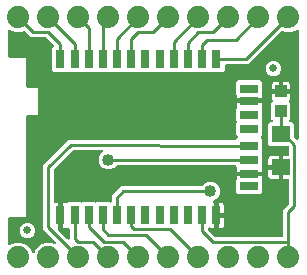
<source format=gbr>
G04 EAGLE Gerber RS-274X export*
G75*
%MOMM*%
%FSLAX34Y34*%
%LPD*%
%INTop Copper*%
%IPPOS*%
%AMOC8*
5,1,8,0,0,1.08239X$1,22.5*%
G01*
%ADD10R,0.800000X1.600000*%
%ADD11R,1.600000X0.800000*%
%ADD12R,1.000000X1.100000*%
%ADD13R,1.600000X1.400000*%
%ADD14C,1.879600*%
%ADD15C,0.635000*%
%ADD16C,1.016000*%
%ADD17C,0.254000*%
%ADD18C,0.203200*%

G36*
X25515Y16218D02*
X25515Y16218D01*
X25628Y16228D01*
X25655Y16239D01*
X25685Y16243D01*
X25788Y16289D01*
X25893Y16330D01*
X25917Y16348D01*
X25944Y16360D01*
X26030Y16433D01*
X26120Y16502D01*
X26138Y16525D01*
X26160Y16544D01*
X26202Y16611D01*
X26290Y16729D01*
X26312Y16788D01*
X26338Y16829D01*
X27548Y19751D01*
X31049Y23252D01*
X35624Y25147D01*
X40576Y25147D01*
X43320Y24010D01*
X43403Y23989D01*
X43484Y23958D01*
X43540Y23953D01*
X43595Y23939D01*
X43681Y23942D01*
X43767Y23934D01*
X43823Y23946D01*
X43880Y23947D01*
X43961Y23973D01*
X44046Y23990D01*
X44096Y24016D01*
X44150Y24034D01*
X44222Y24082D01*
X44298Y24121D01*
X44339Y24160D01*
X44387Y24192D01*
X44442Y24258D01*
X44504Y24317D01*
X44533Y24366D01*
X44569Y24410D01*
X44604Y24488D01*
X44648Y24562D01*
X44662Y24617D01*
X44685Y24669D01*
X44697Y24755D01*
X44718Y24838D01*
X44716Y24895D01*
X44724Y24951D01*
X44712Y25036D01*
X44709Y25122D01*
X44691Y25176D01*
X44683Y25232D01*
X44648Y25311D01*
X44621Y25392D01*
X44593Y25433D01*
X44566Y25492D01*
X44472Y25602D01*
X44427Y25666D01*
X33781Y36311D01*
X33781Y90689D01*
X52543Y109451D01*
X52583Y109503D01*
X54098Y111006D01*
X54100Y111008D01*
X54101Y111009D01*
X55369Y112276D01*
X57154Y112269D01*
X57156Y112269D01*
X57158Y112269D01*
X59309Y112269D01*
X59365Y112259D01*
X196232Y111671D01*
X196292Y111679D01*
X196352Y111677D01*
X196432Y111698D01*
X196513Y111709D01*
X196569Y111734D01*
X196627Y111749D01*
X196698Y111791D01*
X196773Y111824D01*
X196820Y111863D01*
X196872Y111894D01*
X196928Y111954D01*
X196991Y112007D01*
X197025Y112057D01*
X197066Y112102D01*
X197104Y112175D01*
X197150Y112243D01*
X197168Y112301D01*
X197196Y112355D01*
X197207Y112422D01*
X197237Y112514D01*
X197238Y112549D01*
X198271Y113582D01*
X198306Y113629D01*
X198348Y113669D01*
X198391Y113742D01*
X198441Y113809D01*
X198462Y113864D01*
X198492Y113914D01*
X198513Y113996D01*
X198543Y114075D01*
X198548Y114133D01*
X198562Y114190D01*
X198559Y114274D01*
X198566Y114358D01*
X198555Y114416D01*
X198553Y114474D01*
X198527Y114554D01*
X198510Y114637D01*
X198483Y114689D01*
X198465Y114745D01*
X198425Y114801D01*
X198379Y114889D01*
X198311Y114962D01*
X198271Y115018D01*
X197251Y116037D01*
X197251Y126563D01*
X197271Y126582D01*
X197306Y126629D01*
X197348Y126669D01*
X197391Y126742D01*
X197441Y126809D01*
X197462Y126864D01*
X197492Y126914D01*
X197513Y126996D01*
X197543Y127075D01*
X197548Y127133D01*
X197562Y127190D01*
X197559Y127274D01*
X197566Y127358D01*
X197555Y127416D01*
X197553Y127474D01*
X197527Y127554D01*
X197510Y127637D01*
X197483Y127689D01*
X197465Y127745D01*
X197425Y127801D01*
X197379Y127889D01*
X197311Y127962D01*
X197271Y128018D01*
X197251Y128037D01*
X197251Y138563D01*
X197775Y139087D01*
X197816Y139141D01*
X197865Y139189D01*
X197901Y139254D01*
X197946Y139314D01*
X197970Y139378D01*
X198004Y139437D01*
X198021Y139510D01*
X198047Y139580D01*
X198053Y139648D01*
X198068Y139714D01*
X198065Y139788D01*
X198071Y139863D01*
X198057Y139930D01*
X198054Y139998D01*
X198032Y140057D01*
X198015Y140142D01*
X197962Y140243D01*
X197936Y140312D01*
X197932Y140319D01*
X197759Y140966D01*
X197759Y143301D01*
X207316Y143301D01*
X207374Y143309D01*
X207432Y143307D01*
X207514Y143329D01*
X207597Y143341D01*
X207651Y143364D01*
X207707Y143379D01*
X207780Y143422D01*
X207857Y143457D01*
X207901Y143495D01*
X207952Y143524D01*
X208009Y143586D01*
X208074Y143640D01*
X208106Y143689D01*
X208146Y143732D01*
X208185Y143807D01*
X208231Y143877D01*
X208249Y143933D01*
X208276Y143985D01*
X208287Y144053D01*
X208300Y144095D01*
X208309Y144034D01*
X208333Y143981D01*
X208347Y143925D01*
X208391Y143852D01*
X208425Y143775D01*
X208463Y143730D01*
X208493Y143680D01*
X208554Y143622D01*
X208609Y143558D01*
X208657Y143526D01*
X208700Y143486D01*
X208775Y143447D01*
X208845Y143400D01*
X208901Y143383D01*
X208953Y143356D01*
X209021Y143345D01*
X209116Y143315D01*
X209216Y143312D01*
X209284Y143301D01*
X218841Y143301D01*
X218841Y140966D01*
X218668Y140319D01*
X218664Y140312D01*
X218638Y140249D01*
X218604Y140190D01*
X218585Y140118D01*
X218557Y140049D01*
X218550Y139981D01*
X218533Y139915D01*
X218536Y139840D01*
X218528Y139766D01*
X218540Y139699D01*
X218542Y139631D01*
X218565Y139560D01*
X218579Y139486D01*
X218609Y139425D01*
X218630Y139360D01*
X218666Y139309D01*
X218705Y139231D01*
X218782Y139147D01*
X218825Y139087D01*
X219349Y138563D01*
X219349Y128037D01*
X219329Y128018D01*
X219294Y127971D01*
X219252Y127931D01*
X219209Y127858D01*
X219159Y127791D01*
X219138Y127736D01*
X219108Y127686D01*
X219087Y127604D01*
X219057Y127525D01*
X219052Y127467D01*
X219038Y127410D01*
X219041Y127326D01*
X219034Y127242D01*
X219045Y127184D01*
X219047Y127126D01*
X219073Y127046D01*
X219090Y126963D01*
X219117Y126911D01*
X219135Y126855D01*
X219175Y126799D01*
X219221Y126711D01*
X219289Y126638D01*
X219329Y126582D01*
X219349Y126563D01*
X219349Y116037D01*
X218329Y115018D01*
X218294Y114971D01*
X218252Y114931D01*
X218209Y114858D01*
X218159Y114791D01*
X218138Y114736D01*
X218108Y114686D01*
X218087Y114604D01*
X218057Y114525D01*
X218052Y114467D01*
X218038Y114410D01*
X218041Y114326D01*
X218034Y114242D01*
X218045Y114184D01*
X218047Y114126D01*
X218073Y114045D01*
X218090Y113963D01*
X218117Y113911D01*
X218135Y113855D01*
X218175Y113799D01*
X218221Y113711D01*
X218289Y113638D01*
X218329Y113582D01*
X219349Y112563D01*
X219349Y102037D01*
X219329Y102018D01*
X219294Y101971D01*
X219252Y101931D01*
X219209Y101858D01*
X219159Y101791D01*
X219138Y101736D01*
X219108Y101686D01*
X219087Y101604D01*
X219057Y101525D01*
X219052Y101467D01*
X219038Y101410D01*
X219041Y101326D01*
X219034Y101242D01*
X219045Y101184D01*
X219047Y101126D01*
X219073Y101046D01*
X219090Y100963D01*
X219117Y100911D01*
X219135Y100855D01*
X219175Y100799D01*
X219221Y100711D01*
X219289Y100638D01*
X219329Y100582D01*
X219349Y100563D01*
X219349Y90037D01*
X218825Y89513D01*
X218784Y89459D01*
X218735Y89411D01*
X218699Y89346D01*
X218654Y89286D01*
X218630Y89222D01*
X218596Y89163D01*
X218579Y89090D01*
X218553Y89020D01*
X218547Y88952D01*
X218532Y88886D01*
X218535Y88812D01*
X218529Y88737D01*
X218543Y88670D01*
X218546Y88602D01*
X218568Y88543D01*
X218585Y88458D01*
X218638Y88357D01*
X218664Y88288D01*
X218668Y88281D01*
X218841Y87634D01*
X218841Y85299D01*
X209284Y85299D01*
X209226Y85291D01*
X209168Y85293D01*
X209086Y85271D01*
X209003Y85259D01*
X208949Y85236D01*
X208893Y85221D01*
X208820Y85178D01*
X208743Y85143D01*
X208699Y85105D01*
X208648Y85076D01*
X208591Y85014D01*
X208526Y84960D01*
X208494Y84911D01*
X208454Y84868D01*
X208415Y84793D01*
X208369Y84723D01*
X208351Y84667D01*
X208324Y84615D01*
X208313Y84547D01*
X208300Y84505D01*
X208291Y84566D01*
X208267Y84619D01*
X208253Y84675D01*
X208209Y84748D01*
X208175Y84825D01*
X208137Y84870D01*
X208107Y84920D01*
X208046Y84978D01*
X207991Y85042D01*
X207943Y85074D01*
X207900Y85114D01*
X207825Y85153D01*
X207755Y85200D01*
X207699Y85217D01*
X207647Y85244D01*
X207579Y85255D01*
X207484Y85285D01*
X207384Y85288D01*
X207316Y85299D01*
X197759Y85299D01*
X197759Y87634D01*
X197932Y88281D01*
X197936Y88288D01*
X197962Y88351D01*
X197996Y88410D01*
X198015Y88482D01*
X198043Y88551D01*
X198050Y88619D01*
X198067Y88685D01*
X198064Y88760D01*
X198072Y88834D01*
X198060Y88901D01*
X198058Y88969D01*
X198035Y89040D01*
X198021Y89114D01*
X197991Y89175D01*
X197970Y89240D01*
X197934Y89291D01*
X197895Y89369D01*
X197818Y89453D01*
X197775Y89513D01*
X197244Y90045D01*
X197245Y90078D01*
X197223Y90159D01*
X197211Y90242D01*
X197187Y90296D01*
X197173Y90353D01*
X197130Y90425D01*
X197095Y90502D01*
X197057Y90547D01*
X197027Y90597D01*
X196966Y90655D01*
X196912Y90719D01*
X196863Y90751D01*
X196820Y90792D01*
X196745Y90830D01*
X196675Y90876D01*
X196619Y90894D01*
X196567Y90921D01*
X196499Y90932D01*
X196404Y90962D01*
X196304Y90965D01*
X196236Y90976D01*
X96500Y90934D01*
X96414Y90922D01*
X96327Y90919D01*
X96274Y90902D01*
X96219Y90895D01*
X96139Y90859D01*
X96056Y90832D01*
X96017Y90804D01*
X95959Y90778D01*
X95847Y90683D01*
X95783Y90637D01*
X93505Y88359D01*
X90517Y87121D01*
X87283Y87121D01*
X84295Y88359D01*
X82009Y90645D01*
X80771Y93633D01*
X80771Y96867D01*
X82009Y99855D01*
X83940Y101786D01*
X83956Y101807D01*
X83975Y101823D01*
X83977Y101825D01*
X84042Y101921D01*
X84111Y102013D01*
X84121Y102039D01*
X84136Y102061D01*
X84171Y102171D01*
X84212Y102279D01*
X84215Y102306D01*
X84223Y102332D01*
X84226Y102447D01*
X84236Y102562D01*
X84231Y102589D01*
X84231Y102616D01*
X84203Y102728D01*
X84180Y102841D01*
X84168Y102865D01*
X84161Y102891D01*
X84102Y102991D01*
X84049Y103093D01*
X84030Y103113D01*
X84017Y103136D01*
X83933Y103216D01*
X83853Y103299D01*
X83830Y103313D01*
X83810Y103332D01*
X83708Y103385D01*
X83608Y103443D01*
X83582Y103450D01*
X83558Y103462D01*
X83481Y103475D01*
X83332Y103513D01*
X83273Y103511D01*
X83227Y103519D01*
X59354Y103622D01*
X59265Y103610D01*
X59176Y103607D01*
X59125Y103590D01*
X59073Y103583D01*
X58991Y103547D01*
X58905Y103519D01*
X58868Y103492D01*
X58813Y103468D01*
X58695Y103370D01*
X58632Y103324D01*
X42716Y87408D01*
X42664Y87339D01*
X42604Y87275D01*
X42578Y87225D01*
X42545Y87181D01*
X42514Y87100D01*
X42474Y87022D01*
X42466Y86974D01*
X42444Y86916D01*
X42432Y86768D01*
X42419Y86691D01*
X42419Y59749D01*
X42426Y59701D01*
X42423Y59652D01*
X42445Y59561D01*
X42459Y59468D01*
X42478Y59423D01*
X42490Y59376D01*
X42536Y59294D01*
X42575Y59208D01*
X42606Y59171D01*
X42630Y59129D01*
X42698Y59063D01*
X42758Y58991D01*
X42799Y58964D01*
X42834Y58930D01*
X42917Y58886D01*
X42995Y58834D01*
X43042Y58819D01*
X43085Y58796D01*
X43177Y58776D01*
X43266Y58748D01*
X43315Y58747D01*
X43363Y58737D01*
X43437Y58744D01*
X43550Y58741D01*
X43634Y58763D01*
X43697Y58769D01*
X43966Y58841D01*
X46301Y58841D01*
X46301Y49284D01*
X46309Y49226D01*
X46307Y49168D01*
X46329Y49086D01*
X46341Y49003D01*
X46364Y48949D01*
X46379Y48893D01*
X46422Y48820D01*
X46457Y48743D01*
X46495Y48699D01*
X46524Y48648D01*
X46586Y48591D01*
X46640Y48526D01*
X46689Y48494D01*
X46732Y48454D01*
X46807Y48415D01*
X46877Y48369D01*
X46933Y48351D01*
X46985Y48324D01*
X47053Y48313D01*
X47095Y48300D01*
X47034Y48291D01*
X46981Y48267D01*
X46925Y48253D01*
X46852Y48209D01*
X46775Y48175D01*
X46730Y48137D01*
X46680Y48107D01*
X46622Y48046D01*
X46558Y47991D01*
X46526Y47943D01*
X46486Y47900D01*
X46447Y47825D01*
X46400Y47755D01*
X46383Y47699D01*
X46356Y47647D01*
X46345Y47579D01*
X46315Y47484D01*
X46312Y47384D01*
X46301Y47316D01*
X46301Y37470D01*
X46242Y37420D01*
X46225Y37395D01*
X46204Y37375D01*
X46147Y37277D01*
X46084Y37183D01*
X46075Y37155D01*
X46060Y37130D01*
X46032Y37020D01*
X45998Y36912D01*
X45997Y36883D01*
X45990Y36854D01*
X45994Y36741D01*
X45991Y36628D01*
X45998Y36599D01*
X45999Y36570D01*
X46034Y36462D01*
X46063Y36353D01*
X46078Y36327D01*
X46087Y36299D01*
X46132Y36236D01*
X46208Y36108D01*
X46253Y36065D01*
X46281Y36026D01*
X54248Y28059D01*
X54272Y28042D01*
X54291Y28019D01*
X54385Y27957D01*
X54475Y27889D01*
X54503Y27878D01*
X54527Y27862D01*
X54635Y27828D01*
X54741Y27787D01*
X54770Y27785D01*
X54798Y27776D01*
X54912Y27773D01*
X55024Y27764D01*
X55053Y27770D01*
X55082Y27769D01*
X55192Y27797D01*
X55303Y27820D01*
X55329Y27833D01*
X55357Y27841D01*
X55455Y27898D01*
X55555Y27951D01*
X55577Y27971D01*
X55602Y27986D01*
X55679Y28068D01*
X55761Y28146D01*
X55776Y28172D01*
X55796Y28193D01*
X55848Y28294D01*
X55905Y28392D01*
X55912Y28420D01*
X55926Y28446D01*
X55939Y28524D01*
X55975Y28667D01*
X55973Y28730D01*
X55981Y28777D01*
X55981Y36236D01*
X55973Y36294D01*
X55975Y36352D01*
X55953Y36434D01*
X55941Y36518D01*
X55918Y36571D01*
X55903Y36627D01*
X55860Y36700D01*
X55825Y36777D01*
X55787Y36822D01*
X55758Y36872D01*
X55696Y36930D01*
X55642Y36994D01*
X55593Y37026D01*
X55550Y37066D01*
X55475Y37105D01*
X55405Y37152D01*
X55349Y37169D01*
X55297Y37196D01*
X55229Y37207D01*
X55134Y37237D01*
X55049Y37239D01*
X54513Y37775D01*
X54459Y37816D01*
X54411Y37865D01*
X54346Y37901D01*
X54286Y37946D01*
X54222Y37970D01*
X54163Y38004D01*
X54090Y38021D01*
X54020Y38047D01*
X53952Y38053D01*
X53886Y38068D01*
X53812Y38065D01*
X53737Y38071D01*
X53670Y38057D01*
X53602Y38054D01*
X53543Y38032D01*
X53458Y38015D01*
X53357Y37962D01*
X53288Y37936D01*
X53281Y37932D01*
X52634Y37759D01*
X50299Y37759D01*
X50299Y47316D01*
X50291Y47374D01*
X50293Y47432D01*
X50271Y47514D01*
X50259Y47597D01*
X50236Y47651D01*
X50221Y47707D01*
X50178Y47780D01*
X50143Y47857D01*
X50105Y47901D01*
X50076Y47952D01*
X50014Y48009D01*
X49960Y48074D01*
X49911Y48106D01*
X49868Y48146D01*
X49793Y48185D01*
X49723Y48231D01*
X49667Y48249D01*
X49615Y48276D01*
X49547Y48287D01*
X49505Y48300D01*
X49566Y48309D01*
X49619Y48333D01*
X49675Y48347D01*
X49748Y48391D01*
X49825Y48425D01*
X49870Y48463D01*
X49920Y48493D01*
X49978Y48554D01*
X50042Y48609D01*
X50074Y48657D01*
X50114Y48700D01*
X50153Y48775D01*
X50200Y48845D01*
X50217Y48901D01*
X50244Y48953D01*
X50255Y49021D01*
X50285Y49116D01*
X50288Y49216D01*
X50299Y49284D01*
X50299Y58841D01*
X52634Y58841D01*
X53281Y58668D01*
X53288Y58664D01*
X53351Y58638D01*
X53410Y58604D01*
X53482Y58585D01*
X53551Y58557D01*
X53619Y58550D01*
X53685Y58533D01*
X53760Y58536D01*
X53834Y58528D01*
X53901Y58540D01*
X53969Y58542D01*
X54040Y58565D01*
X54114Y58579D01*
X54175Y58609D01*
X54240Y58630D01*
X54291Y58666D01*
X54369Y58705D01*
X54453Y58782D01*
X54513Y58825D01*
X55037Y59349D01*
X65563Y59349D01*
X65582Y59329D01*
X65629Y59294D01*
X65669Y59252D01*
X65742Y59209D01*
X65809Y59159D01*
X65864Y59138D01*
X65914Y59108D01*
X65996Y59087D01*
X66075Y59057D01*
X66133Y59052D01*
X66190Y59038D01*
X66274Y59041D01*
X66358Y59034D01*
X66416Y59045D01*
X66474Y59047D01*
X66554Y59073D01*
X66637Y59090D01*
X66689Y59117D01*
X66745Y59135D01*
X66801Y59175D01*
X66889Y59221D01*
X66962Y59289D01*
X67018Y59329D01*
X67037Y59349D01*
X77563Y59349D01*
X77582Y59329D01*
X77629Y59294D01*
X77669Y59252D01*
X77742Y59209D01*
X77809Y59159D01*
X77864Y59138D01*
X77914Y59108D01*
X77996Y59087D01*
X78075Y59057D01*
X78133Y59052D01*
X78190Y59038D01*
X78274Y59041D01*
X78358Y59034D01*
X78416Y59045D01*
X78474Y59047D01*
X78554Y59073D01*
X78637Y59090D01*
X78689Y59117D01*
X78745Y59135D01*
X78801Y59175D01*
X78889Y59221D01*
X78962Y59289D01*
X79018Y59329D01*
X79037Y59349D01*
X89563Y59349D01*
X89582Y59329D01*
X89629Y59294D01*
X89669Y59252D01*
X89742Y59209D01*
X89809Y59159D01*
X89864Y59138D01*
X89914Y59108D01*
X89996Y59087D01*
X90075Y59057D01*
X90133Y59052D01*
X90190Y59038D01*
X90274Y59041D01*
X90358Y59034D01*
X90416Y59045D01*
X90474Y59047D01*
X90554Y59073D01*
X90637Y59090D01*
X90689Y59117D01*
X90745Y59135D01*
X90801Y59175D01*
X90889Y59221D01*
X90962Y59289D01*
X91018Y59329D01*
X91045Y59356D01*
X91082Y59355D01*
X91164Y59377D01*
X91248Y59389D01*
X91301Y59412D01*
X91357Y59427D01*
X91430Y59470D01*
X91507Y59505D01*
X91552Y59543D01*
X91602Y59572D01*
X91660Y59634D01*
X91724Y59688D01*
X91756Y59737D01*
X91796Y59780D01*
X91835Y59855D01*
X91882Y59925D01*
X91899Y59981D01*
X91926Y60033D01*
X91937Y60101D01*
X91967Y60196D01*
X91970Y60296D01*
X91981Y60364D01*
X91981Y65069D01*
X99811Y72899D01*
X167662Y72899D01*
X167749Y72911D01*
X167836Y72914D01*
X167889Y72931D01*
X167944Y72939D01*
X168024Y72974D01*
X168107Y73001D01*
X168146Y73029D01*
X168203Y73055D01*
X168317Y73151D01*
X168380Y73196D01*
X170655Y75471D01*
X173643Y76709D01*
X176877Y76709D01*
X179865Y75471D01*
X182151Y73185D01*
X183389Y70197D01*
X183389Y66963D01*
X182151Y63975D01*
X179865Y61689D01*
X177704Y60794D01*
X177630Y60750D01*
X177552Y60715D01*
X177508Y60678D01*
X177459Y60649D01*
X177400Y60587D01*
X177335Y60531D01*
X177303Y60484D01*
X177264Y60443D01*
X177225Y60366D01*
X177177Y60295D01*
X177160Y60241D01*
X177134Y60190D01*
X177117Y60106D01*
X177091Y60024D01*
X177090Y59967D01*
X177079Y59911D01*
X177086Y59826D01*
X177084Y59740D01*
X177099Y59685D01*
X177103Y59628D01*
X177134Y59548D01*
X177156Y59465D01*
X177185Y59416D01*
X177205Y59363D01*
X177257Y59294D01*
X177301Y59220D01*
X177343Y59181D01*
X177377Y59136D01*
X177446Y59084D01*
X177509Y59026D01*
X177559Y59000D01*
X177605Y58966D01*
X177685Y58935D01*
X177762Y58896D01*
X177810Y58888D01*
X177871Y58865D01*
X178015Y58854D01*
X178093Y58841D01*
X178301Y58841D01*
X178301Y49284D01*
X178309Y49226D01*
X178307Y49168D01*
X178329Y49086D01*
X178341Y49003D01*
X178364Y48949D01*
X178379Y48893D01*
X178422Y48820D01*
X178457Y48743D01*
X178495Y48699D01*
X178524Y48648D01*
X178586Y48591D01*
X178640Y48526D01*
X178689Y48494D01*
X178732Y48454D01*
X178807Y48415D01*
X178877Y48369D01*
X178933Y48351D01*
X178985Y48324D01*
X179053Y48313D01*
X179095Y48300D01*
X179034Y48291D01*
X178981Y48267D01*
X178925Y48253D01*
X178852Y48209D01*
X178775Y48175D01*
X178730Y48137D01*
X178680Y48107D01*
X178622Y48046D01*
X178558Y47991D01*
X178526Y47943D01*
X178486Y47900D01*
X178447Y47825D01*
X178400Y47755D01*
X178383Y47699D01*
X178356Y47647D01*
X178345Y47579D01*
X178315Y47484D01*
X178312Y47384D01*
X178301Y47316D01*
X178301Y37759D01*
X175966Y37759D01*
X175319Y37932D01*
X175312Y37936D01*
X175249Y37962D01*
X175190Y37996D01*
X175118Y38015D01*
X175049Y38043D01*
X174981Y38050D01*
X174915Y38067D01*
X174840Y38064D01*
X174766Y38072D01*
X174699Y38060D01*
X174631Y38058D01*
X174560Y38035D01*
X174486Y38021D01*
X174425Y37991D01*
X174360Y37970D01*
X174309Y37934D01*
X174231Y37895D01*
X174147Y37818D01*
X174087Y37775D01*
X173527Y37216D01*
X173513Y37196D01*
X173496Y37183D01*
X173479Y37157D01*
X173450Y37129D01*
X173407Y37056D01*
X173357Y36989D01*
X173342Y36951D01*
X173339Y36946D01*
X173334Y36932D01*
X173306Y36884D01*
X173285Y36802D01*
X173255Y36723D01*
X173251Y36665D01*
X173236Y36608D01*
X173239Y36524D01*
X173232Y36440D01*
X173243Y36382D01*
X173245Y36324D01*
X173271Y36244D01*
X173288Y36161D01*
X173315Y36109D01*
X173333Y36053D01*
X173373Y35997D01*
X173419Y35909D01*
X173487Y35836D01*
X173527Y35780D01*
X179292Y30016D01*
X179361Y29964D01*
X179425Y29904D01*
X179475Y29878D01*
X179519Y29845D01*
X179600Y29814D01*
X179678Y29774D01*
X179726Y29766D01*
X179784Y29744D01*
X179932Y29732D01*
X180009Y29719D01*
X235966Y29719D01*
X236024Y29727D01*
X236082Y29725D01*
X236164Y29747D01*
X236248Y29759D01*
X236301Y29782D01*
X236357Y29797D01*
X236430Y29840D01*
X236507Y29875D01*
X236552Y29913D01*
X236602Y29942D01*
X236660Y30004D01*
X236724Y30058D01*
X236756Y30107D01*
X236796Y30150D01*
X236835Y30225D01*
X236882Y30295D01*
X236899Y30351D01*
X236926Y30403D01*
X236937Y30471D01*
X236967Y30566D01*
X236970Y30666D01*
X236981Y30734D01*
X236981Y52589D01*
X241764Y57372D01*
X241816Y57441D01*
X241876Y57505D01*
X241902Y57555D01*
X241935Y57599D01*
X241966Y57680D01*
X242006Y57758D01*
X242014Y57806D01*
X242036Y57864D01*
X242048Y58012D01*
X242061Y58089D01*
X242061Y78314D01*
X242053Y78372D01*
X242055Y78430D01*
X242033Y78512D01*
X242021Y78596D01*
X241998Y78649D01*
X241983Y78705D01*
X241940Y78778D01*
X241905Y78855D01*
X241867Y78900D01*
X241838Y78950D01*
X241776Y79008D01*
X241722Y79072D01*
X241673Y79104D01*
X241630Y79144D01*
X241555Y79183D01*
X241485Y79230D01*
X241429Y79247D01*
X241377Y79274D01*
X241309Y79285D01*
X241214Y79315D01*
X241114Y79318D01*
X241046Y79329D01*
X236981Y79329D01*
X236981Y87854D01*
X236973Y87912D01*
X236974Y87970D01*
X236953Y88052D01*
X236941Y88135D01*
X236917Y88189D01*
X236903Y88245D01*
X236860Y88318D01*
X236825Y88395D01*
X236787Y88439D01*
X236757Y88490D01*
X236696Y88547D01*
X236641Y88612D01*
X236593Y88644D01*
X236550Y88684D01*
X236475Y88723D01*
X236405Y88769D01*
X236349Y88787D01*
X236297Y88814D01*
X236229Y88825D01*
X236134Y88855D01*
X236034Y88858D01*
X235966Y88869D01*
X234949Y88869D01*
X234949Y88871D01*
X235966Y88871D01*
X236024Y88879D01*
X236082Y88878D01*
X236164Y88899D01*
X236247Y88911D01*
X236301Y88935D01*
X236357Y88949D01*
X236430Y88992D01*
X236507Y89027D01*
X236551Y89065D01*
X236602Y89095D01*
X236659Y89156D01*
X236724Y89211D01*
X236756Y89259D01*
X236796Y89302D01*
X236835Y89377D01*
X236881Y89447D01*
X236899Y89503D01*
X236926Y89555D01*
X236937Y89623D01*
X236967Y89718D01*
X236970Y89818D01*
X236981Y89886D01*
X236981Y98411D01*
X241046Y98411D01*
X241104Y98419D01*
X241162Y98417D01*
X241244Y98439D01*
X241328Y98451D01*
X241381Y98474D01*
X241437Y98489D01*
X241510Y98532D01*
X241587Y98567D01*
X241632Y98605D01*
X241682Y98634D01*
X241740Y98696D01*
X241804Y98750D01*
X241836Y98799D01*
X241876Y98842D01*
X241915Y98917D01*
X241962Y98987D01*
X241979Y99043D01*
X242006Y99095D01*
X242017Y99163D01*
X242047Y99258D01*
X242050Y99358D01*
X242061Y99426D01*
X242061Y105741D01*
X242049Y105827D01*
X242046Y105914D01*
X242029Y105967D01*
X242021Y106022D01*
X241986Y106102D01*
X241959Y106185D01*
X241931Y106224D01*
X241905Y106281D01*
X241810Y106394D01*
X241764Y106458D01*
X241699Y106524D01*
X241629Y106576D01*
X241565Y106636D01*
X241516Y106662D01*
X241472Y106695D01*
X241390Y106726D01*
X241312Y106766D01*
X241264Y106774D01*
X241206Y106796D01*
X241058Y106808D01*
X240981Y106821D01*
X225687Y106821D01*
X223901Y108607D01*
X223901Y125133D01*
X225687Y126919D01*
X227049Y126919D01*
X227078Y126923D01*
X227107Y126920D01*
X227218Y126943D01*
X227330Y126959D01*
X227357Y126971D01*
X227386Y126976D01*
X227486Y127029D01*
X227590Y127075D01*
X227612Y127094D01*
X227638Y127107D01*
X227720Y127185D01*
X227807Y127258D01*
X227823Y127283D01*
X227844Y127303D01*
X227901Y127401D01*
X227964Y127495D01*
X227973Y127523D01*
X227988Y127548D01*
X228016Y127658D01*
X228050Y127766D01*
X228051Y127796D01*
X228058Y127824D01*
X228054Y127937D01*
X228057Y128050D01*
X228050Y128079D01*
X228049Y128108D01*
X228014Y128216D01*
X227985Y128325D01*
X227971Y128351D01*
X227961Y128379D01*
X227916Y128443D01*
X227840Y128570D01*
X227795Y128613D01*
X227767Y128652D01*
X226901Y129517D01*
X226901Y143043D01*
X228280Y144421D01*
X228297Y144445D01*
X228319Y144463D01*
X228336Y144488D01*
X228357Y144508D01*
X228400Y144581D01*
X228451Y144648D01*
X228461Y144676D01*
X228477Y144700D01*
X228486Y144727D01*
X228501Y144754D01*
X228522Y144835D01*
X228552Y144914D01*
X228554Y144945D01*
X228563Y144971D01*
X228563Y144999D01*
X228571Y145029D01*
X228568Y145113D01*
X228575Y145197D01*
X228569Y145228D01*
X228570Y145255D01*
X228563Y145282D01*
X228562Y145313D01*
X228536Y145393D01*
X228520Y145476D01*
X228505Y145504D01*
X228498Y145530D01*
X228484Y145553D01*
X228475Y145584D01*
X228435Y145640D01*
X228389Y145729D01*
X228367Y145752D01*
X228353Y145775D01*
X228309Y145815D01*
X228280Y145857D01*
X227917Y146220D01*
X227582Y146799D01*
X227409Y147446D01*
X227409Y151249D01*
X233934Y151249D01*
X233992Y151257D01*
X234050Y151255D01*
X234132Y151277D01*
X234215Y151289D01*
X234269Y151313D01*
X234325Y151327D01*
X234398Y151370D01*
X234475Y151405D01*
X234519Y151443D01*
X234570Y151473D01*
X234627Y151534D01*
X234692Y151589D01*
X234724Y151637D01*
X234764Y151680D01*
X234803Y151755D01*
X234849Y151825D01*
X234867Y151881D01*
X234894Y151933D01*
X234905Y152001D01*
X234935Y152096D01*
X234938Y152196D01*
X234949Y152264D01*
X234949Y153281D01*
X234951Y153281D01*
X234951Y152264D01*
X234959Y152206D01*
X234958Y152148D01*
X234979Y152066D01*
X234991Y151983D01*
X235015Y151929D01*
X235029Y151873D01*
X235072Y151800D01*
X235107Y151723D01*
X235145Y151678D01*
X235175Y151628D01*
X235236Y151570D01*
X235291Y151506D01*
X235339Y151474D01*
X235382Y151434D01*
X235457Y151395D01*
X235527Y151349D01*
X235583Y151331D01*
X235635Y151304D01*
X235703Y151293D01*
X235798Y151263D01*
X235898Y151260D01*
X235966Y151249D01*
X242491Y151249D01*
X242491Y147446D01*
X242318Y146799D01*
X241983Y146220D01*
X241620Y145857D01*
X241601Y145832D01*
X241581Y145814D01*
X241566Y145792D01*
X241543Y145770D01*
X241500Y145697D01*
X241449Y145630D01*
X241438Y145600D01*
X241423Y145578D01*
X241415Y145552D01*
X241399Y145525D01*
X241378Y145443D01*
X241348Y145364D01*
X241345Y145333D01*
X241337Y145307D01*
X241337Y145280D01*
X241329Y145249D01*
X241332Y145165D01*
X241325Y145081D01*
X241331Y145050D01*
X241330Y145022D01*
X241337Y144996D01*
X241338Y144965D01*
X241364Y144885D01*
X241380Y144802D01*
X241395Y144775D01*
X241402Y144747D01*
X241416Y144723D01*
X241425Y144695D01*
X241466Y144638D01*
X241511Y144550D01*
X241532Y144528D01*
X241547Y144503D01*
X241592Y144461D01*
X241620Y144421D01*
X242999Y143043D01*
X242999Y129517D01*
X242133Y128652D01*
X242116Y128628D01*
X242093Y128609D01*
X242031Y128515D01*
X241963Y128425D01*
X241952Y128397D01*
X241936Y128373D01*
X241902Y128265D01*
X241861Y128159D01*
X241859Y128130D01*
X241850Y128102D01*
X241847Y127988D01*
X241838Y127876D01*
X241843Y127847D01*
X241843Y127818D01*
X241871Y127708D01*
X241894Y127597D01*
X241907Y127571D01*
X241915Y127543D01*
X241972Y127445D01*
X242025Y127345D01*
X242045Y127323D01*
X242060Y127298D01*
X242142Y127221D01*
X242220Y127139D01*
X242246Y127124D01*
X242267Y127104D01*
X242368Y127052D01*
X242466Y126995D01*
X242494Y126988D01*
X242520Y126974D01*
X242598Y126961D01*
X242741Y126925D01*
X242804Y126927D01*
X242851Y126919D01*
X244213Y126919D01*
X245999Y125133D01*
X245999Y114859D01*
X246011Y114773D01*
X246014Y114685D01*
X246031Y114633D01*
X246039Y114578D01*
X246074Y114498D01*
X246101Y114415D01*
X246129Y114376D01*
X246155Y114318D01*
X246251Y114205D01*
X246296Y114141D01*
X247872Y112566D01*
X248202Y112236D01*
X248226Y112218D01*
X248245Y112195D01*
X248339Y112133D01*
X248429Y112065D01*
X248457Y112054D01*
X248481Y112038D01*
X248589Y112004D01*
X248695Y111963D01*
X248724Y111961D01*
X248752Y111952D01*
X248865Y111949D01*
X248978Y111940D01*
X249007Y111946D01*
X249036Y111945D01*
X249146Y111973D01*
X249257Y111996D01*
X249283Y112009D01*
X249311Y112017D01*
X249409Y112074D01*
X249509Y112127D01*
X249531Y112147D01*
X249556Y112162D01*
X249633Y112244D01*
X249715Y112322D01*
X249730Y112348D01*
X249750Y112369D01*
X249802Y112470D01*
X249859Y112568D01*
X249866Y112596D01*
X249880Y112622D01*
X249893Y112700D01*
X249929Y112843D01*
X249927Y112906D01*
X249935Y112953D01*
X249935Y204485D01*
X249919Y204599D01*
X249909Y204713D01*
X249899Y204739D01*
X249895Y204767D01*
X249848Y204872D01*
X249807Y204979D01*
X249791Y205001D01*
X249779Y205026D01*
X249705Y205114D01*
X249636Y205205D01*
X249613Y205222D01*
X249596Y205243D01*
X249500Y205307D01*
X249408Y205376D01*
X249382Y205385D01*
X249359Y205401D01*
X249249Y205435D01*
X249142Y205476D01*
X249114Y205478D01*
X249088Y205486D01*
X248973Y205489D01*
X248859Y205499D01*
X248834Y205493D01*
X248804Y205494D01*
X248547Y205427D01*
X248531Y205423D01*
X243776Y203453D01*
X238824Y203453D01*
X236719Y204325D01*
X236718Y204326D01*
X236716Y204326D01*
X236582Y204361D01*
X236444Y204396D01*
X236442Y204396D01*
X236441Y204396D01*
X236300Y204392D01*
X236160Y204388D01*
X236158Y204388D01*
X236157Y204387D01*
X236024Y204345D01*
X235889Y204301D01*
X235888Y204300D01*
X235886Y204300D01*
X235874Y204291D01*
X235653Y204143D01*
X235633Y204120D01*
X235613Y204105D01*
X207489Y175981D01*
X188364Y175981D01*
X188306Y175973D01*
X188248Y175975D01*
X188166Y175953D01*
X188082Y175941D01*
X188029Y175918D01*
X187973Y175903D01*
X187900Y175860D01*
X187823Y175825D01*
X187778Y175787D01*
X187728Y175758D01*
X187670Y175696D01*
X187606Y175642D01*
X187574Y175593D01*
X187534Y175550D01*
X187495Y175475D01*
X187448Y175405D01*
X187431Y175349D01*
X187404Y175297D01*
X187393Y175229D01*
X187363Y175134D01*
X187360Y175034D01*
X187349Y174966D01*
X187349Y171037D01*
X185563Y169251D01*
X175037Y169251D01*
X175018Y169271D01*
X174971Y169306D01*
X174931Y169348D01*
X174858Y169391D01*
X174791Y169441D01*
X174736Y169462D01*
X174686Y169492D01*
X174604Y169513D01*
X174525Y169543D01*
X174467Y169548D01*
X174410Y169562D01*
X174326Y169559D01*
X174242Y169566D01*
X174184Y169555D01*
X174126Y169553D01*
X174046Y169527D01*
X173963Y169510D01*
X173911Y169483D01*
X173855Y169465D01*
X173799Y169425D01*
X173711Y169379D01*
X173638Y169311D01*
X173582Y169271D01*
X173563Y169251D01*
X163037Y169251D01*
X163018Y169271D01*
X162971Y169306D01*
X162931Y169348D01*
X162858Y169391D01*
X162791Y169441D01*
X162736Y169462D01*
X162686Y169492D01*
X162604Y169513D01*
X162525Y169543D01*
X162467Y169548D01*
X162410Y169562D01*
X162326Y169559D01*
X162242Y169566D01*
X162184Y169555D01*
X162126Y169553D01*
X162046Y169527D01*
X161963Y169510D01*
X161911Y169483D01*
X161855Y169465D01*
X161799Y169425D01*
X161711Y169379D01*
X161638Y169311D01*
X161582Y169271D01*
X161563Y169251D01*
X151037Y169251D01*
X151018Y169271D01*
X150971Y169306D01*
X150931Y169348D01*
X150858Y169391D01*
X150791Y169441D01*
X150736Y169462D01*
X150686Y169492D01*
X150604Y169513D01*
X150525Y169543D01*
X150467Y169548D01*
X150410Y169562D01*
X150326Y169559D01*
X150242Y169566D01*
X150184Y169555D01*
X150126Y169553D01*
X150046Y169527D01*
X149963Y169510D01*
X149911Y169483D01*
X149855Y169465D01*
X149799Y169425D01*
X149711Y169379D01*
X149638Y169311D01*
X149582Y169271D01*
X149563Y169251D01*
X139037Y169251D01*
X139018Y169271D01*
X138971Y169306D01*
X138931Y169348D01*
X138858Y169391D01*
X138791Y169441D01*
X138736Y169462D01*
X138686Y169492D01*
X138604Y169513D01*
X138525Y169543D01*
X138467Y169548D01*
X138410Y169562D01*
X138326Y169559D01*
X138242Y169566D01*
X138184Y169555D01*
X138126Y169553D01*
X138046Y169527D01*
X137963Y169510D01*
X137911Y169483D01*
X137855Y169465D01*
X137799Y169425D01*
X137711Y169379D01*
X137638Y169311D01*
X137582Y169271D01*
X137563Y169251D01*
X127037Y169251D01*
X127018Y169271D01*
X126971Y169306D01*
X126931Y169348D01*
X126858Y169391D01*
X126791Y169441D01*
X126736Y169462D01*
X126686Y169492D01*
X126604Y169513D01*
X126525Y169543D01*
X126467Y169548D01*
X126410Y169562D01*
X126326Y169559D01*
X126242Y169566D01*
X126184Y169555D01*
X126126Y169553D01*
X126046Y169527D01*
X125963Y169510D01*
X125911Y169483D01*
X125855Y169465D01*
X125799Y169425D01*
X125711Y169379D01*
X125638Y169311D01*
X125582Y169271D01*
X125563Y169251D01*
X115037Y169251D01*
X115018Y169271D01*
X114971Y169306D01*
X114931Y169348D01*
X114858Y169391D01*
X114791Y169441D01*
X114736Y169462D01*
X114686Y169492D01*
X114604Y169513D01*
X114525Y169543D01*
X114467Y169548D01*
X114410Y169562D01*
X114326Y169559D01*
X114242Y169566D01*
X114184Y169555D01*
X114126Y169553D01*
X114046Y169527D01*
X113963Y169510D01*
X113911Y169483D01*
X113855Y169465D01*
X113799Y169425D01*
X113711Y169379D01*
X113638Y169311D01*
X113582Y169271D01*
X113563Y169251D01*
X103037Y169251D01*
X103018Y169271D01*
X102971Y169306D01*
X102931Y169348D01*
X102858Y169391D01*
X102791Y169441D01*
X102736Y169462D01*
X102686Y169492D01*
X102604Y169513D01*
X102525Y169543D01*
X102467Y169548D01*
X102410Y169562D01*
X102326Y169559D01*
X102242Y169566D01*
X102184Y169555D01*
X102126Y169553D01*
X102046Y169527D01*
X101963Y169510D01*
X101911Y169483D01*
X101855Y169465D01*
X101799Y169425D01*
X101711Y169379D01*
X101638Y169311D01*
X101582Y169271D01*
X101563Y169251D01*
X91037Y169251D01*
X91018Y169271D01*
X90971Y169306D01*
X90931Y169348D01*
X90858Y169391D01*
X90791Y169441D01*
X90736Y169462D01*
X90686Y169492D01*
X90604Y169513D01*
X90525Y169543D01*
X90467Y169548D01*
X90410Y169562D01*
X90326Y169559D01*
X90242Y169566D01*
X90184Y169555D01*
X90126Y169553D01*
X90046Y169527D01*
X89963Y169510D01*
X89911Y169483D01*
X89855Y169465D01*
X89799Y169425D01*
X89711Y169379D01*
X89638Y169311D01*
X89582Y169271D01*
X89563Y169251D01*
X79037Y169251D01*
X79018Y169271D01*
X78971Y169306D01*
X78931Y169348D01*
X78858Y169391D01*
X78791Y169441D01*
X78736Y169462D01*
X78686Y169492D01*
X78604Y169513D01*
X78525Y169543D01*
X78467Y169548D01*
X78410Y169562D01*
X78326Y169559D01*
X78242Y169566D01*
X78184Y169555D01*
X78126Y169553D01*
X78046Y169527D01*
X77963Y169510D01*
X77911Y169483D01*
X77855Y169465D01*
X77799Y169425D01*
X77711Y169379D01*
X77638Y169311D01*
X77582Y169271D01*
X77563Y169251D01*
X67037Y169251D01*
X67018Y169271D01*
X66971Y169306D01*
X66931Y169348D01*
X66858Y169391D01*
X66791Y169441D01*
X66736Y169462D01*
X66686Y169492D01*
X66604Y169513D01*
X66525Y169543D01*
X66467Y169548D01*
X66410Y169562D01*
X66326Y169559D01*
X66242Y169566D01*
X66184Y169555D01*
X66126Y169553D01*
X66046Y169527D01*
X65963Y169510D01*
X65911Y169483D01*
X65855Y169465D01*
X65799Y169425D01*
X65711Y169379D01*
X65638Y169311D01*
X65582Y169271D01*
X65563Y169251D01*
X55037Y169251D01*
X55018Y169271D01*
X54971Y169306D01*
X54931Y169348D01*
X54858Y169391D01*
X54791Y169441D01*
X54736Y169462D01*
X54686Y169492D01*
X54604Y169513D01*
X54525Y169543D01*
X54467Y169548D01*
X54410Y169562D01*
X54326Y169559D01*
X54242Y169566D01*
X54184Y169555D01*
X54126Y169553D01*
X54046Y169527D01*
X53963Y169510D01*
X53911Y169483D01*
X53855Y169465D01*
X53799Y169425D01*
X53711Y169379D01*
X53638Y169311D01*
X53582Y169271D01*
X53563Y169251D01*
X43037Y169251D01*
X41251Y171037D01*
X41251Y189563D01*
X42723Y191034D01*
X42758Y191081D01*
X42800Y191121D01*
X42843Y191194D01*
X42893Y191261D01*
X42914Y191316D01*
X42944Y191366D01*
X42965Y191448D01*
X42995Y191527D01*
X42999Y191585D01*
X43014Y191642D01*
X43011Y191726D01*
X43018Y191810D01*
X43007Y191868D01*
X43005Y191926D01*
X42979Y192006D01*
X42962Y192089D01*
X42935Y192141D01*
X42917Y192197D01*
X42877Y192253D01*
X42831Y192341D01*
X42763Y192414D01*
X42723Y192470D01*
X36608Y198584D01*
X36539Y198636D01*
X36475Y198696D01*
X36425Y198722D01*
X36381Y198755D01*
X36300Y198786D01*
X36222Y198826D01*
X36174Y198834D01*
X36116Y198856D01*
X35968Y198868D01*
X35891Y198881D01*
X23611Y198881D01*
X18387Y204105D01*
X18386Y204106D01*
X18385Y204107D01*
X18273Y204191D01*
X18160Y204276D01*
X18159Y204277D01*
X18157Y204278D01*
X18025Y204327D01*
X17894Y204377D01*
X17893Y204377D01*
X17891Y204378D01*
X17752Y204389D01*
X17611Y204401D01*
X17610Y204401D01*
X17608Y204401D01*
X17593Y204397D01*
X17332Y204345D01*
X17305Y204331D01*
X17281Y204325D01*
X15176Y203453D01*
X10224Y203453D01*
X5469Y205423D01*
X5357Y205452D01*
X5248Y205486D01*
X5220Y205487D01*
X5193Y205494D01*
X5079Y205491D01*
X4964Y205494D01*
X4937Y205487D01*
X4909Y205486D01*
X4800Y205451D01*
X4689Y205422D01*
X4665Y205408D01*
X4638Y205399D01*
X4543Y205335D01*
X4444Y205277D01*
X4425Y205256D01*
X4402Y205241D01*
X4328Y205153D01*
X4250Y205069D01*
X4237Y205045D01*
X4219Y205023D01*
X4173Y204919D01*
X4120Y204816D01*
X4116Y204792D01*
X4104Y204764D01*
X4067Y204500D01*
X4065Y204485D01*
X4065Y182880D01*
X4073Y182822D01*
X4071Y182764D01*
X4093Y182682D01*
X4105Y182599D01*
X4128Y182545D01*
X4143Y182489D01*
X4186Y182416D01*
X4221Y182339D01*
X4259Y182294D01*
X4288Y182244D01*
X4350Y182186D01*
X4404Y182122D01*
X4453Y182090D01*
X4496Y182050D01*
X4571Y182011D01*
X4641Y181965D01*
X4697Y181947D01*
X4749Y181920D01*
X4817Y181909D01*
X4912Y181879D01*
X5012Y181876D01*
X5080Y181865D01*
X19305Y181865D01*
X19305Y157480D01*
X19313Y157422D01*
X19311Y157364D01*
X19333Y157282D01*
X19345Y157199D01*
X19369Y157145D01*
X19383Y157089D01*
X19426Y157016D01*
X19461Y156939D01*
X19499Y156894D01*
X19529Y156844D01*
X19590Y156786D01*
X19645Y156722D01*
X19693Y156690D01*
X19736Y156650D01*
X19811Y156611D01*
X19881Y156565D01*
X19937Y156547D01*
X19989Y156520D01*
X20057Y156509D01*
X20152Y156479D01*
X20252Y156476D01*
X20320Y156465D01*
X29465Y156465D01*
X29465Y133095D01*
X20320Y133095D01*
X20262Y133087D01*
X20204Y133089D01*
X20122Y133067D01*
X20039Y133055D01*
X19985Y133032D01*
X19929Y133017D01*
X19856Y132974D01*
X19779Y132939D01*
X19734Y132901D01*
X19684Y132872D01*
X19626Y132810D01*
X19562Y132756D01*
X19530Y132707D01*
X19490Y132664D01*
X19451Y132589D01*
X19405Y132519D01*
X19387Y132463D01*
X19360Y132411D01*
X19349Y132343D01*
X19319Y132248D01*
X19316Y132148D01*
X19305Y132080D01*
X19305Y46735D01*
X5080Y46735D01*
X5022Y46727D01*
X4964Y46729D01*
X4882Y46707D01*
X4798Y46695D01*
X4745Y46672D01*
X4689Y46657D01*
X4616Y46614D01*
X4539Y46579D01*
X4494Y46541D01*
X4444Y46512D01*
X4386Y46450D01*
X4322Y46396D01*
X4290Y46347D01*
X4250Y46304D01*
X4211Y46229D01*
X4164Y46159D01*
X4147Y46103D01*
X4120Y46051D01*
X4109Y45983D01*
X4079Y45888D01*
X4076Y45788D01*
X4065Y45720D01*
X4065Y24115D01*
X4081Y24001D01*
X4091Y23887D01*
X4101Y23861D01*
X4105Y23833D01*
X4152Y23728D01*
X4193Y23621D01*
X4209Y23599D01*
X4221Y23574D01*
X4295Y23486D01*
X4364Y23395D01*
X4387Y23378D01*
X4404Y23357D01*
X4500Y23293D01*
X4592Y23224D01*
X4618Y23215D01*
X4641Y23199D01*
X4751Y23165D01*
X4858Y23124D01*
X4886Y23122D01*
X4912Y23114D01*
X5027Y23111D01*
X5141Y23101D01*
X5166Y23107D01*
X5196Y23106D01*
X5453Y23173D01*
X5469Y23177D01*
X10224Y25147D01*
X15176Y25147D01*
X19751Y23252D01*
X23252Y19751D01*
X24462Y16829D01*
X24477Y16804D01*
X24486Y16776D01*
X24549Y16681D01*
X24607Y16584D01*
X24628Y16564D01*
X24644Y16539D01*
X24731Y16466D01*
X24813Y16389D01*
X24839Y16375D01*
X24862Y16356D01*
X24965Y16310D01*
X25066Y16259D01*
X25095Y16253D01*
X25122Y16241D01*
X25234Y16225D01*
X25345Y16204D01*
X25374Y16206D01*
X25403Y16202D01*
X25515Y16218D01*
G37*
%LPC*%
G36*
X208291Y146566D02*
X208291Y146566D01*
X208267Y146619D01*
X208253Y146675D01*
X208209Y146748D01*
X208175Y146825D01*
X208137Y146870D01*
X208107Y146920D01*
X208046Y146978D01*
X207991Y147042D01*
X207943Y147074D01*
X207900Y147114D01*
X207825Y147153D01*
X207755Y147200D01*
X207699Y147217D01*
X207647Y147244D01*
X207579Y147255D01*
X207484Y147285D01*
X207384Y147288D01*
X207316Y147299D01*
X197759Y147299D01*
X197759Y149331D01*
X197747Y149417D01*
X197744Y149505D01*
X197727Y149557D01*
X197719Y149612D01*
X197684Y149692D01*
X197657Y149775D01*
X197629Y149814D01*
X197603Y149872D01*
X197507Y149985D01*
X197462Y150049D01*
X197251Y150259D01*
X197251Y160785D01*
X199037Y162571D01*
X217563Y162571D01*
X219349Y160785D01*
X219349Y150259D01*
X219138Y150049D01*
X219086Y149979D01*
X219026Y149915D01*
X219000Y149865D01*
X218967Y149821D01*
X218936Y149740D01*
X218896Y149662D01*
X218888Y149614D01*
X218866Y149556D01*
X218854Y149408D01*
X218841Y149331D01*
X218841Y147299D01*
X209284Y147299D01*
X209226Y147291D01*
X209168Y147293D01*
X209086Y147271D01*
X209003Y147259D01*
X208949Y147236D01*
X208893Y147221D01*
X208820Y147178D01*
X208743Y147143D01*
X208699Y147105D01*
X208648Y147076D01*
X208591Y147014D01*
X208526Y146960D01*
X208494Y146911D01*
X208454Y146868D01*
X208415Y146793D01*
X208369Y146723D01*
X208351Y146667D01*
X208324Y146615D01*
X208313Y146547D01*
X208300Y146505D01*
X208291Y146566D01*
G37*
%LPD*%
%LPC*%
G36*
X199037Y66029D02*
X199037Y66029D01*
X197251Y67815D01*
X197251Y78341D01*
X197462Y78551D01*
X197514Y78621D01*
X197574Y78685D01*
X197600Y78735D01*
X197633Y78779D01*
X197664Y78860D01*
X197704Y78938D01*
X197712Y78986D01*
X197734Y79044D01*
X197746Y79192D01*
X197759Y79269D01*
X197759Y81301D01*
X207316Y81301D01*
X207374Y81309D01*
X207432Y81307D01*
X207514Y81329D01*
X207597Y81341D01*
X207651Y81364D01*
X207707Y81379D01*
X207780Y81422D01*
X207857Y81457D01*
X207901Y81495D01*
X207952Y81524D01*
X208009Y81586D01*
X208074Y81640D01*
X208106Y81689D01*
X208146Y81732D01*
X208185Y81807D01*
X208231Y81877D01*
X208249Y81933D01*
X208276Y81985D01*
X208287Y82053D01*
X208300Y82095D01*
X208309Y82034D01*
X208333Y81981D01*
X208347Y81925D01*
X208391Y81852D01*
X208425Y81775D01*
X208463Y81730D01*
X208493Y81680D01*
X208554Y81622D01*
X208609Y81558D01*
X208657Y81526D01*
X208700Y81486D01*
X208775Y81447D01*
X208845Y81400D01*
X208901Y81383D01*
X208953Y81356D01*
X209021Y81345D01*
X209116Y81315D01*
X209216Y81312D01*
X209284Y81301D01*
X218841Y81301D01*
X218841Y79269D01*
X218853Y79183D01*
X218856Y79095D01*
X218873Y79043D01*
X218881Y78988D01*
X218916Y78908D01*
X218943Y78825D01*
X218971Y78786D01*
X218997Y78728D01*
X219093Y78615D01*
X219138Y78551D01*
X219349Y78341D01*
X219349Y67815D01*
X217563Y66029D01*
X199037Y66029D01*
G37*
%LPD*%
%LPC*%
G36*
X227362Y166496D02*
X227362Y166496D01*
X225074Y167444D01*
X223324Y169194D01*
X222376Y171482D01*
X222376Y173958D01*
X223324Y176246D01*
X225074Y177996D01*
X227362Y178944D01*
X229838Y178944D01*
X232126Y177996D01*
X233876Y176246D01*
X234824Y173958D01*
X234824Y171482D01*
X233876Y169194D01*
X232126Y167444D01*
X229838Y166496D01*
X227362Y166496D01*
G37*
%LPD*%
%LPC*%
G36*
X19082Y29336D02*
X19082Y29336D01*
X16794Y30284D01*
X15044Y32034D01*
X14096Y34322D01*
X14096Y36798D01*
X15044Y39086D01*
X16794Y40836D01*
X19082Y41784D01*
X21558Y41784D01*
X23846Y40836D01*
X25596Y39086D01*
X26544Y36798D01*
X26544Y34322D01*
X25596Y32034D01*
X23846Y30284D01*
X21558Y29336D01*
X19082Y29336D01*
G37*
%LPD*%
%LPC*%
G36*
X224409Y90901D02*
X224409Y90901D01*
X224409Y96204D01*
X224582Y96851D01*
X224917Y97430D01*
X225390Y97903D01*
X225969Y98238D01*
X226616Y98411D01*
X232919Y98411D01*
X232919Y90901D01*
X224409Y90901D01*
G37*
%LPD*%
%LPC*%
G36*
X226616Y79329D02*
X226616Y79329D01*
X225969Y79502D01*
X225390Y79837D01*
X224917Y80310D01*
X224582Y80889D01*
X224409Y81536D01*
X224409Y86839D01*
X232919Y86839D01*
X232919Y79329D01*
X226616Y79329D01*
G37*
%LPD*%
%LPC*%
G36*
X182299Y50299D02*
X182299Y50299D01*
X182299Y58841D01*
X184634Y58841D01*
X185281Y58668D01*
X185860Y58333D01*
X186333Y57860D01*
X186668Y57281D01*
X186841Y56634D01*
X186841Y50299D01*
X182299Y50299D01*
G37*
%LPD*%
%LPC*%
G36*
X182299Y37759D02*
X182299Y37759D01*
X182299Y46301D01*
X186841Y46301D01*
X186841Y39966D01*
X186668Y39319D01*
X186333Y38740D01*
X185860Y38267D01*
X185281Y37932D01*
X184634Y37759D01*
X182299Y37759D01*
G37*
%LPD*%
%LPC*%
G36*
X236981Y155311D02*
X236981Y155311D01*
X236981Y161321D01*
X240284Y161321D01*
X240931Y161148D01*
X241510Y160813D01*
X241983Y160340D01*
X242318Y159761D01*
X242491Y159114D01*
X242491Y155311D01*
X236981Y155311D01*
G37*
%LPD*%
%LPC*%
G36*
X227409Y155311D02*
X227409Y155311D01*
X227409Y159114D01*
X227582Y159761D01*
X227917Y160340D01*
X228390Y160813D01*
X228969Y161148D01*
X229616Y161321D01*
X232919Y161321D01*
X232919Y155311D01*
X227409Y155311D01*
G37*
%LPD*%
D10*
X48300Y48300D03*
X60300Y48300D03*
X72300Y48300D03*
X84300Y48300D03*
X96300Y48300D03*
X108300Y48300D03*
X120300Y48300D03*
X132300Y48300D03*
X144300Y48300D03*
X156300Y48300D03*
X168300Y48300D03*
X180300Y48300D03*
X180300Y180300D03*
X168300Y180300D03*
X156300Y180300D03*
X144300Y180300D03*
X132300Y180300D03*
X120300Y180300D03*
X108300Y180300D03*
X96300Y180300D03*
X84300Y180300D03*
X72300Y180300D03*
X60300Y180300D03*
X48300Y180300D03*
D11*
X208300Y145300D03*
X208300Y83300D03*
X208300Y73078D03*
X208300Y95300D03*
X208300Y107300D03*
X208300Y121300D03*
X208300Y133300D03*
X208300Y155522D03*
D12*
X234950Y136280D03*
X234950Y153280D03*
D13*
X234950Y88870D03*
X234950Y116870D03*
D14*
X241300Y12700D03*
X215900Y12700D03*
X190500Y12700D03*
X165100Y12700D03*
X139700Y12700D03*
X114300Y12700D03*
X88900Y12700D03*
X63500Y12700D03*
X38100Y12700D03*
X12700Y12700D03*
X12700Y215900D03*
X38100Y215900D03*
X63500Y215900D03*
X88900Y215900D03*
X114300Y215900D03*
X139700Y215900D03*
X165100Y215900D03*
X190500Y215900D03*
X215900Y215900D03*
X241300Y215900D03*
D15*
X228600Y172720D03*
X20320Y35560D03*
D16*
X228600Y68580D03*
X44450Y158750D03*
X44450Y133350D03*
X107950Y146050D03*
X171450Y146050D03*
X69850Y82550D03*
X107950Y82550D03*
X171450Y82550D03*
D17*
X96300Y63280D02*
X96300Y48300D01*
X96300Y63280D02*
X101600Y68580D01*
X175260Y68580D01*
D16*
X175260Y68580D03*
D17*
X180300Y180300D02*
X205700Y180300D01*
X241300Y215900D01*
X168300Y192430D02*
X168300Y180300D01*
X168300Y192430D02*
X172720Y196850D01*
X196850Y196850D01*
X215900Y215900D01*
X156300Y194400D02*
X156300Y180300D01*
X156300Y194400D02*
X165100Y203200D01*
X177800Y203200D01*
X190500Y215900D01*
X144300Y195100D02*
X144300Y180300D01*
X144300Y195100D02*
X165100Y215900D01*
X108300Y48300D02*
X108300Y39020D01*
X110490Y36830D01*
X140970Y36830D01*
X165100Y12700D01*
X60300Y180300D02*
X60300Y193700D01*
X38100Y215900D01*
X48300Y193000D02*
X48300Y180300D01*
X48300Y193000D02*
X38100Y203200D01*
X25400Y203200D01*
X12700Y215900D01*
X60300Y48300D02*
X60300Y28600D01*
X63500Y25400D01*
X76200Y25400D01*
X88900Y12700D01*
X108300Y180300D02*
X108300Y197200D01*
X114300Y203200D01*
X127000Y203200D01*
X139700Y215900D01*
X96300Y197900D02*
X96300Y180300D01*
X96300Y197900D02*
X114300Y215900D01*
X72300Y207100D02*
X72300Y180300D01*
X72300Y207100D02*
X63500Y215900D01*
X84300Y211300D02*
X84300Y180300D01*
X84300Y211300D02*
X88900Y215900D01*
X72300Y48300D02*
X72300Y38190D01*
X85090Y25400D01*
X101600Y25400D01*
X114300Y12700D01*
X84300Y36350D02*
X84300Y48300D01*
X84300Y36350D02*
X88900Y31750D01*
X120650Y31750D01*
X139700Y12700D01*
X208300Y107300D02*
X57150Y107950D01*
X38100Y88900D01*
X38100Y38100D01*
X63500Y12700D01*
X88900Y95250D02*
X208300Y95300D01*
D16*
X88900Y95250D03*
D18*
X234950Y115824D02*
X234950Y116840D01*
X234950Y115824D02*
X234696Y115824D01*
X234696Y116840D02*
X234950Y116840D01*
X234950Y116870D01*
D17*
X236220Y116840D02*
X237490Y116840D01*
X236220Y116840D02*
X234950Y116840D01*
X237490Y116840D02*
X246380Y107950D01*
X246380Y55880D01*
X241300Y50800D01*
X241300Y25400D02*
X241300Y12700D01*
X241300Y25400D02*
X241300Y50800D01*
X241300Y25400D02*
X177800Y25400D01*
X236220Y116840D02*
X236190Y116870D01*
X234950Y116870D01*
X234950Y118110D02*
X234950Y136280D01*
X234950Y118110D02*
X236190Y116870D01*
X168300Y34900D02*
X177800Y25400D01*
X168300Y34900D02*
X168300Y48300D01*
M02*

</source>
